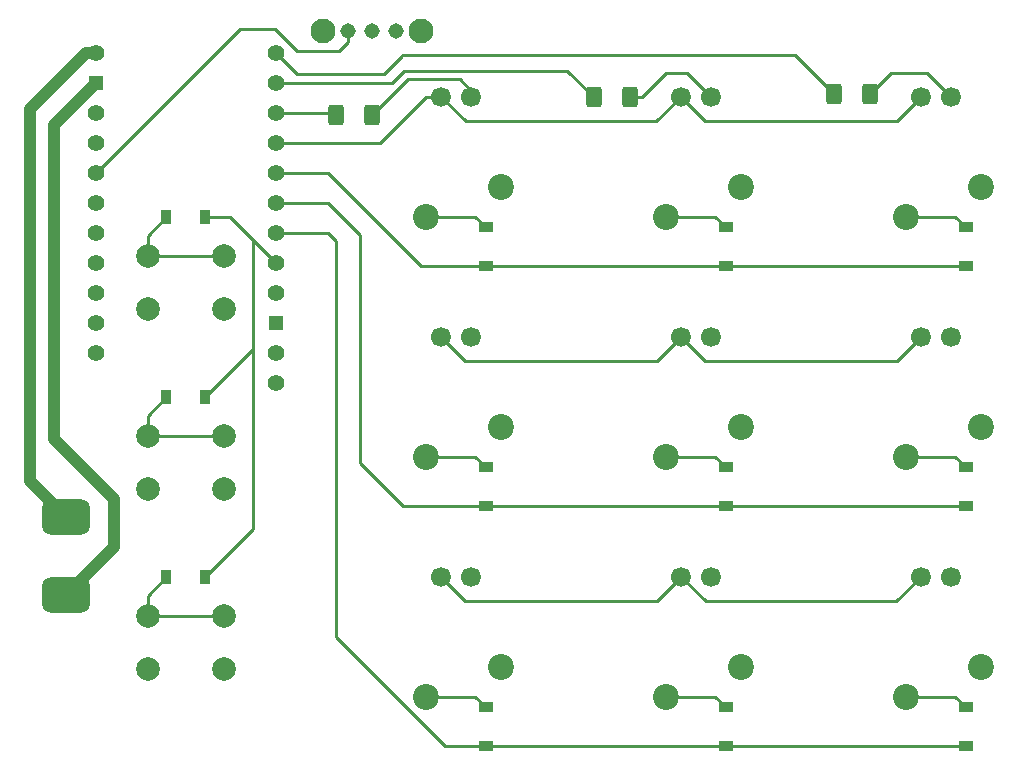
<source format=gbl>
%TF.GenerationSoftware,KiCad,Pcbnew,(6.0.7-1)-1*%
%TF.CreationDate,2022-08-28T23:25:23-04:00*%
%TF.ProjectId,Macro_Keyboard,4d616372-6f5f-44b6-9579-626f6172642e,1*%
%TF.SameCoordinates,Original*%
%TF.FileFunction,Copper,L2,Bot*%
%TF.FilePolarity,Positive*%
%FSLAX46Y46*%
G04 Gerber Fmt 4.6, Leading zero omitted, Abs format (unit mm)*
G04 Created by KiCad (PCBNEW (6.0.7-1)-1) date 2022-08-28 23:25:23*
%MOMM*%
%LPD*%
G01*
G04 APERTURE LIST*
G04 Aperture macros list*
%AMRoundRect*
0 Rectangle with rounded corners*
0 $1 Rounding radius*
0 $2 $3 $4 $5 $6 $7 $8 $9 X,Y pos of 4 corners*
0 Add a 4 corners polygon primitive as box body*
4,1,4,$2,$3,$4,$5,$6,$7,$8,$9,$2,$3,0*
0 Add four circle primitives for the rounded corners*
1,1,$1+$1,$2,$3*
1,1,$1+$1,$4,$5*
1,1,$1+$1,$6,$7*
1,1,$1+$1,$8,$9*
0 Add four rect primitives between the rounded corners*
20,1,$1+$1,$2,$3,$4,$5,0*
20,1,$1+$1,$4,$5,$6,$7,0*
20,1,$1+$1,$6,$7,$8,$9,0*
20,1,$1+$1,$8,$9,$2,$3,0*%
G04 Aperture macros list end*
%TA.AperFunction,ComponentPad*%
%ADD10C,1.308000*%
%TD*%
%TA.AperFunction,ComponentPad*%
%ADD11C,2.100000*%
%TD*%
%TA.AperFunction,ComponentPad*%
%ADD12C,2.200000*%
%TD*%
%TA.AperFunction,ComponentPad*%
%ADD13C,1.690600*%
%TD*%
%TA.AperFunction,ComponentPad*%
%ADD14C,2.000000*%
%TD*%
%TA.AperFunction,SMDPad,CuDef*%
%ADD15R,1.200000X0.900000*%
%TD*%
%TA.AperFunction,SMDPad,CuDef*%
%ADD16RoundRect,0.250000X-0.400000X-0.625000X0.400000X-0.625000X0.400000X0.625000X-0.400000X0.625000X0*%
%TD*%
%TA.AperFunction,SMDPad,CuDef*%
%ADD17R,0.900000X1.200000*%
%TD*%
%TA.AperFunction,ComponentPad*%
%ADD18C,1.422400*%
%TD*%
%TA.AperFunction,ComponentPad*%
%ADD19R,1.270000X1.270000*%
%TD*%
%TA.AperFunction,SMDPad,CuDef*%
%ADD20RoundRect,0.753563X1.278437X-0.753562X1.278437X0.753562X-1.278437X0.753562X-1.278437X-0.753562X0*%
%TD*%
%TA.AperFunction,Conductor*%
%ADD21C,1.000000*%
%TD*%
%TA.AperFunction,Conductor*%
%ADD22C,0.250000*%
%TD*%
G04 APERTURE END LIST*
D10*
%TO.P,SW13,1,A*%
%TO.N,SPDT1*%
X64548000Y-24892000D03*
%TO.P,SW13,2,B*%
%TO.N,GND*%
X66548000Y-24892000D03*
%TO.P,SW13,3,C*%
%TO.N,SPDT2*%
X68548000Y-24892000D03*
D11*
%TO.P,SW13,M1*%
%TO.N,GND*%
X62398000Y-24892000D03*
%TO.P,SW13,M2*%
X70698000Y-24892000D03*
%TD*%
D12*
%TO.P,SW7,1,1*%
%TO.N,COL1*%
X77470000Y-78740000D03*
%TO.P,SW7,2,2*%
%TO.N,Net-(D7-Pad2)*%
X71120000Y-81280000D03*
D13*
%TO.P,SW7,3,3*%
%TO.N,Net-(R1-Pad2)*%
X74930000Y-71120000D03*
%TO.P,SW7,4,4*%
%TO.N,LED_ROW3*%
X72390000Y-71120000D03*
%TD*%
D12*
%TO.P,SW8,1,1*%
%TO.N,COL2*%
X97790000Y-78740000D03*
%TO.P,SW8,2,2*%
%TO.N,Net-(D8-Pad2)*%
X91440000Y-81280000D03*
D13*
%TO.P,SW8,3,3*%
%TO.N,Net-(R2-Pad2)*%
X95250000Y-71120000D03*
%TO.P,SW8,4,4*%
%TO.N,LED_ROW3*%
X92710000Y-71120000D03*
%TD*%
D12*
%TO.P,SW2,1,1*%
%TO.N,COL2*%
X97790000Y-38100000D03*
%TO.P,SW2,2,2*%
%TO.N,Net-(D2-Pad2)*%
X91440000Y-40640000D03*
D13*
%TO.P,SW2,3,3*%
%TO.N,Net-(R2-Pad2)*%
X95250000Y-30480000D03*
%TO.P,SW2,4,4*%
%TO.N,LED_ROW1*%
X92710000Y-30480000D03*
%TD*%
D12*
%TO.P,SW6,1,1*%
%TO.N,COL3*%
X118110000Y-58420000D03*
%TO.P,SW6,2,2*%
%TO.N,Net-(D6-Pad2)*%
X111760000Y-60960000D03*
D13*
%TO.P,SW6,3,3*%
%TO.N,Net-(R3-Pad2)*%
X115570000Y-50800000D03*
%TO.P,SW6,4,4*%
%TO.N,LED_ROW2*%
X113030000Y-50800000D03*
%TD*%
D14*
%TO.P,SW11,1,1*%
%TO.N,Net-(D11-Pad2)*%
X54050000Y-59218000D03*
X47550000Y-59218000D03*
%TO.P,SW11,2,2*%
%TO.N,COL2*%
X54050000Y-63718000D03*
X47550000Y-63718000D03*
%TD*%
D12*
%TO.P,SW4,1,1*%
%TO.N,COL1*%
X77470000Y-58420000D03*
%TO.P,SW4,2,2*%
%TO.N,Net-(D4-Pad2)*%
X71120000Y-60960000D03*
D13*
%TO.P,SW4,3,3*%
%TO.N,Net-(R1-Pad2)*%
X74930000Y-50800000D03*
%TO.P,SW4,4,4*%
%TO.N,LED_ROW2*%
X72390000Y-50800000D03*
%TD*%
D12*
%TO.P,SW9,1,1*%
%TO.N,COL3*%
X118110000Y-78740000D03*
%TO.P,SW9,2,2*%
%TO.N,Net-(D9-Pad2)*%
X111760000Y-81280000D03*
D13*
%TO.P,SW9,3,3*%
%TO.N,Net-(R3-Pad2)*%
X115570000Y-71120000D03*
%TO.P,SW9,4,4*%
%TO.N,LED_ROW3*%
X113030000Y-71120000D03*
%TD*%
D12*
%TO.P,SW1,1,1*%
%TO.N,COL1*%
X77470000Y-38100000D03*
%TO.P,SW1,2,2*%
%TO.N,Net-(D1-Pad2)*%
X71120000Y-40640000D03*
D13*
%TO.P,SW1,3,3*%
%TO.N,Net-(R1-Pad2)*%
X74930000Y-30480000D03*
%TO.P,SW1,4,4*%
%TO.N,LED_ROW1*%
X72390000Y-30480000D03*
%TD*%
D12*
%TO.P,SW5,1,1*%
%TO.N,COL2*%
X97790000Y-58420000D03*
%TO.P,SW5,2,2*%
%TO.N,Net-(D5-Pad2)*%
X91440000Y-60960000D03*
D13*
%TO.P,SW5,3,3*%
%TO.N,Net-(R2-Pad2)*%
X95250000Y-50800000D03*
%TO.P,SW5,4,4*%
%TO.N,LED_ROW2*%
X92710000Y-50800000D03*
%TD*%
D14*
%TO.P,SW10,1,1*%
%TO.N,Net-(D10-Pad2)*%
X47550000Y-74458000D03*
X54050000Y-74458000D03*
%TO.P,SW10,2,2*%
%TO.N,COL1*%
X54050000Y-78958000D03*
X47550000Y-78958000D03*
%TD*%
D12*
%TO.P,SW3,1,1*%
%TO.N,COL3*%
X118110000Y-38100000D03*
%TO.P,SW3,2,2*%
%TO.N,Net-(D3-Pad2)*%
X111760000Y-40640000D03*
D13*
%TO.P,SW3,3,3*%
%TO.N,Net-(R3-Pad2)*%
X115570000Y-30480000D03*
%TO.P,SW3,4,4*%
%TO.N,LED_ROW1*%
X113030000Y-30480000D03*
%TD*%
D14*
%TO.P,SW12,1,1*%
%TO.N,Net-(D12-Pad2)*%
X54050000Y-43978000D03*
X47550000Y-43978000D03*
%TO.P,SW12,2,2*%
%TO.N,COL3*%
X47550000Y-48478000D03*
X54050000Y-48478000D03*
%TD*%
D15*
%TO.P,D3,1,K*%
%TO.N,ROW1*%
X116840000Y-44830000D03*
%TO.P,D3,2,A*%
%TO.N,Net-(D3-Pad2)*%
X116840000Y-41530000D03*
%TD*%
D16*
%TO.P,R2,1*%
%TO.N,LED_COL2*%
X85318000Y-30480000D03*
%TO.P,R2,2*%
%TO.N,Net-(R2-Pad2)*%
X88418000Y-30480000D03*
%TD*%
D17*
%TO.P,D10,1,K*%
%TO.N,ROW4*%
X52450000Y-71120000D03*
%TO.P,D10,2,A*%
%TO.N,Net-(D10-Pad2)*%
X49150000Y-71120000D03*
%TD*%
D18*
%TO.P,U1,1,VBAT*%
%TO.N,+BATT*%
X43180000Y-26733638D03*
D19*
%TO.P,U1,2,GND*%
%TO.N,GND*%
X43180000Y-29273638D03*
D18*
%TO.P,U1,3,5V*%
%TO.N,unconnected-(U1-Pad3)*%
X43180000Y-31813638D03*
%TO.P,U1,4,3V3*%
%TO.N,unconnected-(U1-Pad4)*%
X43180000Y-34353638D03*
%TO.P,U1,5,IO1*%
%TO.N,SPDT1*%
X43180000Y-36893638D03*
%TO.P,U1,6,IO2*%
%TO.N,SPDT2*%
X43180000Y-39433638D03*
%TO.P,U1,7,IO3*%
%TO.N,COL3*%
X43180000Y-41973638D03*
%TO.P,U1,8,IO4*%
%TO.N,COL2*%
X43180000Y-44513638D03*
%TO.P,U1,9,IO5*%
%TO.N,COL1*%
X43180000Y-47053638D03*
%TO.P,U1,10,IO21*%
%TO.N,unconnected-(U1-Pad10)*%
X43180000Y-49593638D03*
%TO.P,U1,11,IO0*%
%TO.N,unconnected-(U1-Pad11)*%
X43180000Y-52133638D03*
%TO.P,U1,12,RX*%
%TO.N,LED_ROW3*%
X58420000Y-54673638D03*
%TO.P,U1,13,TX*%
%TO.N,LED_ROW2*%
X58420000Y-52133638D03*
D19*
%TO.P,U1,14,GND*%
%TO.N,unconnected-(U1-Pad14)*%
X58420000Y-49593638D03*
D18*
%TO.P,U1,15,RST*%
%TO.N,unconnected-(U1-Pad15)*%
X58420000Y-47053638D03*
%TO.P,U1,16,IO6*%
%TO.N,ROW4*%
X58420000Y-44513638D03*
%TO.P,U1,17,IO7*%
%TO.N,ROW3*%
X58420000Y-41973638D03*
%TO.P,U1,18,IO8*%
%TO.N,ROW2*%
X58420000Y-39433638D03*
%TO.P,U1,19,IO9*%
%TO.N,ROW1*%
X58420000Y-36893638D03*
%TO.P,U1,20,IO34*%
%TO.N,LED_ROW1*%
X58420000Y-34353638D03*
%TO.P,U1,21,IO36*%
%TO.N,LED_COL1*%
X58420000Y-31813638D03*
%TO.P,U1,22,IO37*%
%TO.N,LED_COL2*%
X58420000Y-29273638D03*
%TO.P,U1,23,IO35*%
%TO.N,LED_COL3*%
X58420000Y-26733638D03*
%TD*%
D20*
%TO.P,-,1*%
%TO.N,GND*%
X40640000Y-72627125D03*
%TD*%
%TO.P,+,1*%
%TO.N,+BATT*%
X40640000Y-66023125D03*
%TD*%
D15*
%TO.P,D1,1,K*%
%TO.N,ROW1*%
X76200000Y-44830000D03*
%TO.P,D1,2,A*%
%TO.N,Net-(D1-Pad2)*%
X76200000Y-41530000D03*
%TD*%
D16*
%TO.P,R3,1*%
%TO.N,LED_COL3*%
X105638000Y-30214000D03*
%TO.P,R3,2*%
%TO.N,Net-(R3-Pad2)*%
X108738000Y-30214000D03*
%TD*%
D15*
%TO.P,D2,1,K*%
%TO.N,ROW1*%
X96520000Y-44830000D03*
%TO.P,D2,2,A*%
%TO.N,Net-(D2-Pad2)*%
X96520000Y-41530000D03*
%TD*%
%TO.P,D8,1,K*%
%TO.N,ROW3*%
X96520000Y-85470000D03*
%TO.P,D8,2,A*%
%TO.N,Net-(D8-Pad2)*%
X96520000Y-82170000D03*
%TD*%
D16*
%TO.P,R1,1*%
%TO.N,LED_COL1*%
X63474000Y-32004000D03*
%TO.P,R1,2*%
%TO.N,Net-(R1-Pad2)*%
X66574000Y-32004000D03*
%TD*%
D15*
%TO.P,D5,1,K*%
%TO.N,ROW2*%
X96520000Y-65150000D03*
%TO.P,D5,2,A*%
%TO.N,Net-(D5-Pad2)*%
X96520000Y-61850000D03*
%TD*%
%TO.P,D6,1,K*%
%TO.N,ROW2*%
X116840000Y-65150000D03*
%TO.P,D6,2,A*%
%TO.N,Net-(D6-Pad2)*%
X116840000Y-61850000D03*
%TD*%
%TO.P,D7,1,K*%
%TO.N,ROW3*%
X76200000Y-85470000D03*
%TO.P,D7,2,A*%
%TO.N,Net-(D7-Pad2)*%
X76200000Y-82170000D03*
%TD*%
%TO.P,D4,1,K*%
%TO.N,ROW2*%
X76200000Y-65150000D03*
%TO.P,D4,2,A*%
%TO.N,Net-(D4-Pad2)*%
X76200000Y-61850000D03*
%TD*%
D17*
%TO.P,D12,1,K*%
%TO.N,ROW4*%
X52450000Y-40640000D03*
%TO.P,D12,2,A*%
%TO.N,Net-(D12-Pad2)*%
X49150000Y-40640000D03*
%TD*%
%TO.P,D11,1,K*%
%TO.N,ROW4*%
X52450000Y-55880000D03*
%TO.P,D11,2,A*%
%TO.N,Net-(D11-Pad2)*%
X49150000Y-55880000D03*
%TD*%
D15*
%TO.P,D9,1,K*%
%TO.N,ROW3*%
X116840000Y-85470000D03*
%TO.P,D9,2,A*%
%TO.N,Net-(D9-Pad2)*%
X116840000Y-82170000D03*
%TD*%
D21*
%TO.N,GND*%
X43180000Y-29273638D02*
X39624000Y-32829638D01*
X44704000Y-64516000D02*
X44704000Y-68563125D01*
X39624000Y-32829638D02*
X39624000Y-59436000D01*
X39624000Y-59436000D02*
X44704000Y-64516000D01*
X44704000Y-68563125D02*
X40640000Y-72627125D01*
%TO.N,+BATT*%
X40640000Y-66023125D02*
X37608000Y-62991125D01*
X37608000Y-62991125D02*
X37608000Y-31480000D01*
X37608000Y-31480000D02*
X42354362Y-26733638D01*
X42354362Y-26733638D02*
X43180000Y-26733638D01*
D22*
%TO.N,ROW1*%
X70738000Y-44830000D02*
X76200000Y-44830000D01*
X76200000Y-44830000D02*
X96520000Y-44830000D01*
X96520000Y-44830000D02*
X116840000Y-44830000D01*
X62801638Y-36893638D02*
X70738000Y-44830000D01*
X58420000Y-36893638D02*
X62801638Y-36893638D01*
%TO.N,ROW2*%
X96520000Y-65150000D02*
X116840000Y-65150000D01*
X62801638Y-39433638D02*
X65532000Y-42164000D01*
X69214000Y-65150000D02*
X76200000Y-65150000D01*
X58420000Y-39433638D02*
X62801638Y-39433638D01*
X65532000Y-61468000D02*
X69214000Y-65150000D01*
X65532000Y-42164000D02*
X65532000Y-61468000D01*
X76200000Y-65150000D02*
X96520000Y-65150000D01*
%TO.N,ROW3*%
X116840000Y-85470000D02*
X96520000Y-85470000D01*
X72770000Y-85470000D02*
X76200000Y-85470000D01*
X62801638Y-41973638D02*
X63500000Y-42672000D01*
X63500000Y-76200000D02*
X72770000Y-85470000D01*
X96520000Y-85470000D02*
X76200000Y-85470000D01*
X58420000Y-41973638D02*
X62801638Y-41973638D01*
X63500000Y-42672000D02*
X63500000Y-76200000D01*
%TO.N,ROW4*%
X56483181Y-51846819D02*
X56483181Y-67086819D01*
X54546362Y-40640000D02*
X56483181Y-42576819D01*
X56483181Y-42576819D02*
X56483181Y-51846819D01*
X52450000Y-40640000D02*
X54546362Y-40640000D01*
X56483181Y-67086819D02*
X52450000Y-71120000D01*
X56483181Y-51846819D02*
X52450000Y-55880000D01*
X56483181Y-42576819D02*
X58420000Y-44513638D01*
%TO.N,Net-(D1-Pad2)*%
X71120000Y-40640000D02*
X75310000Y-40640000D01*
X75310000Y-40640000D02*
X76200000Y-41530000D01*
%TO.N,Net-(D2-Pad2)*%
X91440000Y-40640000D02*
X95630000Y-40640000D01*
X95630000Y-40640000D02*
X96520000Y-41530000D01*
%TO.N,Net-(D3-Pad2)*%
X115950000Y-40640000D02*
X116840000Y-41530000D01*
X111760000Y-40640000D02*
X115950000Y-40640000D01*
%TO.N,SPDT1*%
X58338510Y-24731509D02*
X55342129Y-24731509D01*
X64548000Y-24892000D02*
X64548000Y-25816895D01*
X60174001Y-26567000D02*
X58338510Y-24731509D01*
X64548000Y-25816895D02*
X63797895Y-26567000D01*
X55342129Y-24731509D02*
X43180000Y-36893638D01*
X63797895Y-26567000D02*
X60174001Y-26567000D01*
%TO.N,Net-(D4-Pad2)*%
X71120000Y-60960000D02*
X75310000Y-60960000D01*
X75310000Y-60960000D02*
X76200000Y-61850000D01*
%TO.N,Net-(D5-Pad2)*%
X91440000Y-60960000D02*
X95630000Y-60960000D01*
X95630000Y-60960000D02*
X96520000Y-61850000D01*
%TO.N,Net-(D6-Pad2)*%
X111760000Y-60960000D02*
X115950000Y-60960000D01*
X115950000Y-60960000D02*
X116840000Y-61850000D01*
%TO.N,Net-(D7-Pad2)*%
X75310000Y-81280000D02*
X76200000Y-82170000D01*
X71120000Y-81280000D02*
X75310000Y-81280000D01*
%TO.N,Net-(D8-Pad2)*%
X91440000Y-81280000D02*
X95630000Y-81280000D01*
X95630000Y-81280000D02*
X96520000Y-82170000D01*
%TO.N,Net-(D9-Pad2)*%
X115950000Y-81280000D02*
X116840000Y-82170000D01*
X111760000Y-81280000D02*
X115950000Y-81280000D01*
%TO.N,Net-(D10-Pad2)*%
X54050000Y-74458000D02*
X47550000Y-74458000D01*
X47550000Y-74458000D02*
X47550000Y-72720000D01*
X47550000Y-72720000D02*
X49150000Y-71120000D01*
%TO.N,Net-(D11-Pad2)*%
X47550000Y-59218000D02*
X47550000Y-57480000D01*
X54050000Y-59218000D02*
X47550000Y-59218000D01*
X47550000Y-57480000D02*
X49150000Y-55880000D01*
%TO.N,Net-(D12-Pad2)*%
X47550000Y-43978000D02*
X47550000Y-42240000D01*
X47550000Y-42240000D02*
X49150000Y-40640000D01*
X54050000Y-43978000D02*
X47550000Y-43978000D01*
%TO.N,LED_ROW3*%
X74422000Y-73152000D02*
X90678000Y-73152000D01*
X92710000Y-71120000D02*
X94794956Y-73204956D01*
X72390000Y-71120000D02*
X74422000Y-73152000D01*
X94794956Y-73204956D02*
X110945044Y-73204956D01*
X90678000Y-73152000D02*
X92710000Y-71120000D01*
X110945044Y-73204956D02*
X113030000Y-71120000D01*
%TO.N,LED_ROW2*%
X110998000Y-52832000D02*
X113030000Y-50800000D01*
X94742000Y-52832000D02*
X110998000Y-52832000D01*
X90678000Y-52832000D02*
X92710000Y-50800000D01*
X74422000Y-52832000D02*
X90678000Y-52832000D01*
X72390000Y-50800000D02*
X74422000Y-52832000D01*
X92710000Y-50800000D02*
X94742000Y-52832000D01*
%TO.N,LED_ROW1*%
X58420000Y-34353638D02*
X67246362Y-34353638D01*
X94742000Y-32512000D02*
X110998000Y-32512000D01*
X110998000Y-32512000D02*
X113030000Y-30480000D01*
X71120000Y-30480000D02*
X72390000Y-30480000D01*
X74474956Y-32564956D02*
X90625044Y-32564956D01*
X90625044Y-32564956D02*
X92710000Y-30480000D01*
X92710000Y-30480000D02*
X94742000Y-32512000D01*
X72390000Y-30480000D02*
X74474956Y-32564956D01*
X67246362Y-34353638D02*
X71120000Y-30480000D01*
%TO.N,LED_COL1*%
X63283638Y-31813638D02*
X63474000Y-32004000D01*
X58420000Y-31813638D02*
X63283638Y-31813638D01*
%TO.N,LED_COL2*%
X68243702Y-29273638D02*
X69257640Y-28259700D01*
X69257640Y-28259700D02*
X83097700Y-28259700D01*
X83097700Y-28259700D02*
X85318000Y-30480000D01*
X58420000Y-29273638D02*
X68243702Y-29273638D01*
%TO.N,LED_COL3*%
X58420000Y-26733638D02*
X60210000Y-28523638D01*
X60210000Y-28523638D02*
X67564000Y-28523638D01*
X102348000Y-26924000D02*
X105638000Y-30214000D01*
X69088000Y-26999638D02*
X69088000Y-26924000D01*
X67564000Y-28523638D02*
X69088000Y-26999638D01*
X69088000Y-26924000D02*
X102348000Y-26924000D01*
%TO.N,Net-(R1-Pad2)*%
X74930000Y-29972000D02*
X74930000Y-30480000D01*
X73967700Y-29009700D02*
X74930000Y-29972000D01*
X69568300Y-29009700D02*
X73967700Y-29009700D01*
X66574000Y-32004000D02*
X69568300Y-29009700D01*
%TO.N,Net-(R2-Pad2)*%
X91440000Y-28448000D02*
X93218000Y-28448000D01*
X89408000Y-30480000D02*
X91440000Y-28448000D01*
X93218000Y-28448000D02*
X95250000Y-30480000D01*
X88418000Y-30480000D02*
X89408000Y-30480000D01*
%TO.N,Net-(R3-Pad2)*%
X108738000Y-30214000D02*
X110504000Y-28448000D01*
X113538000Y-28448000D02*
X115570000Y-30480000D01*
X110504000Y-28448000D02*
X113538000Y-28448000D01*
%TD*%
M02*

</source>
